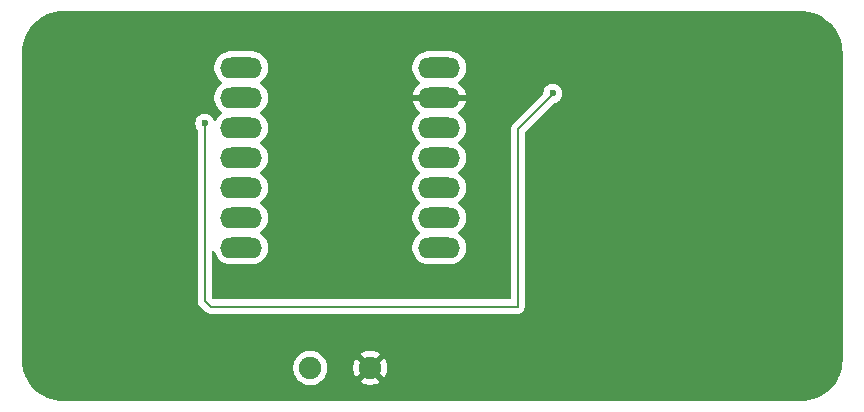
<source format=gbr>
%TF.GenerationSoftware,KiCad,Pcbnew,9.0.5*%
%TF.CreationDate,2026-02-02T17:26:05-08:00*%
%TF.ProjectId,Sensing device,53656e73-696e-4672-9064-65766963652e,1.0*%
%TF.SameCoordinates,Original*%
%TF.FileFunction,Copper,L2,Bot*%
%TF.FilePolarity,Positive*%
%FSLAX46Y46*%
G04 Gerber Fmt 4.6, Leading zero omitted, Abs format (unit mm)*
G04 Created by KiCad (PCBNEW 9.0.5) date 2026-02-02 17:26:05*
%MOMM*%
%LPD*%
G01*
G04 APERTURE LIST*
%TA.AperFunction,ComponentPad*%
%ADD10O,3.556000X1.778000*%
%TD*%
%TA.AperFunction,ComponentPad*%
%ADD11C,1.905000*%
%TD*%
%TA.AperFunction,ViaPad*%
%ADD12C,0.600000*%
%TD*%
%TA.AperFunction,Conductor*%
%ADD13C,0.200000*%
%TD*%
G04 APERTURE END LIST*
D10*
%TO.P,U1,1,GPIO1_A0_D0*%
%TO.N,/CAL_BTN*%
X133083000Y-77285000D03*
%TO.P,U1,2,GPIO2_A1_D1*%
%TO.N,/GSR_SIG*%
X133083000Y-79825000D03*
%TO.P,U1,3,GPIO3_A2_D2*%
%TO.N,unconnected-(U1-GPIO3_A2_D2-Pad3)*%
X133083000Y-82365000D03*
%TO.P,U1,4,GPIO4_A3_D3*%
%TO.N,unconnected-(U1-GPIO4_A3_D3-Pad4)*%
X133083000Y-84905000D03*
%TO.P,U1,5,GPIO4_A3_D3_SDA*%
%TO.N,unconnected-(U1-GPIO4_A3_D3_SDA-Pad5)*%
X133083000Y-87445000D03*
%TO.P,U1,6,GPIO6_A5_D5_SCL*%
%TO.N,unconnected-(U1-GPIO6_A5_D5_SCL-Pad6)*%
X133083000Y-89985000D03*
%TO.P,U1,7,GPIO43_TX_D6*%
%TO.N,unconnected-(U1-GPIO43_TX_D6-Pad7)*%
X133083000Y-92525000D03*
%TO.P,U1,8,GPIO44_D7_RX*%
%TO.N,unconnected-(U1-GPIO44_D7_RX-Pad8)*%
X149847000Y-92525000D03*
%TO.P,U1,9,GPIO7_A8_D8_SCK*%
%TO.N,unconnected-(U1-GPIO7_A8_D8_SCK-Pad9)*%
X149847000Y-89985000D03*
%TO.P,U1,10,GPIO8_A9_D9_CIPO*%
%TO.N,unconnected-(U1-GPIO8_A9_D9_CIPO-Pad10)*%
X149847000Y-87445000D03*
%TO.P,U1,11,GPIO9_A10_D10_COPI*%
%TO.N,unconnected-(U1-GPIO9_A10_D10_COPI-Pad11)*%
X149847000Y-84905000D03*
%TO.P,U1,12,3V3*%
%TO.N,+3V3*%
X149847000Y-82365000D03*
%TO.P,U1,13,GND*%
%TO.N,GND*%
X149847000Y-79825000D03*
%TO.P,U1,14,5V*%
%TO.N,unconnected-(U1-5V-Pad14)*%
X149847000Y-77285000D03*
D11*
%TO.P,U1,15,+BATT*%
%TO.N,/BAT*%
X138925000Y-102685000D03*
%TO.P,U1,16,-BATT*%
%TO.N,GND*%
X144005000Y-102685000D03*
%TD*%
D12*
%TO.N,/GSR_SIG*%
X159462500Y-79462500D03*
X130000000Y-82000000D03*
%TD*%
D13*
%TO.N,/GSR_SIG*%
X130500000Y-97500000D02*
X156500000Y-97500000D01*
X130000000Y-97000000D02*
X130500000Y-97500000D01*
X156500000Y-97500000D02*
X156500000Y-82500000D01*
X130000000Y-82000000D02*
X130000000Y-97000000D01*
X156500000Y-82500000D02*
X159500000Y-79500000D01*
%TD*%
%TA.AperFunction,Conductor*%
%TO.N,GND*%
G36*
X180503032Y-72500648D02*
G01*
X180836929Y-72517052D01*
X180849037Y-72518245D01*
X180952146Y-72533539D01*
X181176699Y-72566849D01*
X181188617Y-72569219D01*
X181509951Y-72649709D01*
X181521588Y-72653240D01*
X181592806Y-72678722D01*
X181833467Y-72764832D01*
X181844688Y-72769479D01*
X182144163Y-72911120D01*
X182154871Y-72916844D01*
X182438988Y-73087137D01*
X182449106Y-73093897D01*
X182715170Y-73291224D01*
X182724576Y-73298944D01*
X182970013Y-73521395D01*
X182978604Y-73529986D01*
X183165755Y-73736475D01*
X183201055Y-73775423D01*
X183208775Y-73784829D01*
X183406102Y-74050893D01*
X183412862Y-74061011D01*
X183541776Y-74276092D01*
X183583148Y-74345116D01*
X183588885Y-74355848D01*
X183730514Y-74655297D01*
X183735170Y-74666540D01*
X183846759Y-74978411D01*
X183850292Y-74990055D01*
X183930777Y-75311369D01*
X183933151Y-75323305D01*
X183981754Y-75650962D01*
X183982947Y-75663071D01*
X183999351Y-75996966D01*
X183999500Y-76003051D01*
X183999500Y-101996948D01*
X183999351Y-102003033D01*
X183982947Y-102336928D01*
X183981754Y-102349037D01*
X183933151Y-102676694D01*
X183930777Y-102688630D01*
X183850292Y-103009944D01*
X183846759Y-103021588D01*
X183735170Y-103333459D01*
X183730514Y-103344702D01*
X183588885Y-103644151D01*
X183583148Y-103654883D01*
X183412862Y-103938988D01*
X183406102Y-103949106D01*
X183208775Y-104215170D01*
X183201055Y-104224576D01*
X182978611Y-104470006D01*
X182970006Y-104478611D01*
X182724576Y-104701055D01*
X182715170Y-104708775D01*
X182449106Y-104906102D01*
X182438988Y-104912862D01*
X182154883Y-105083148D01*
X182144151Y-105088885D01*
X181844702Y-105230514D01*
X181833459Y-105235170D01*
X181521588Y-105346759D01*
X181509944Y-105350292D01*
X181188630Y-105430777D01*
X181176694Y-105433151D01*
X180849037Y-105481754D01*
X180836928Y-105482947D01*
X180521989Y-105498419D01*
X180503031Y-105499351D01*
X180496949Y-105499500D01*
X118003051Y-105499500D01*
X117996968Y-105499351D01*
X117976900Y-105498365D01*
X117663071Y-105482947D01*
X117650962Y-105481754D01*
X117323305Y-105433151D01*
X117311369Y-105430777D01*
X116990055Y-105350292D01*
X116978411Y-105346759D01*
X116666540Y-105235170D01*
X116655301Y-105230515D01*
X116355844Y-105088883D01*
X116345121Y-105083150D01*
X116061011Y-104912862D01*
X116050893Y-104906102D01*
X115784829Y-104708775D01*
X115775423Y-104701055D01*
X115736475Y-104665755D01*
X115529986Y-104478604D01*
X115521395Y-104470013D01*
X115298944Y-104224576D01*
X115291224Y-104215170D01*
X115093897Y-103949106D01*
X115087137Y-103938988D01*
X114916844Y-103654871D01*
X114911120Y-103644163D01*
X114769479Y-103344688D01*
X114764829Y-103333459D01*
X114653240Y-103021588D01*
X114649707Y-103009944D01*
X114640958Y-102975015D01*
X114569219Y-102688617D01*
X114566848Y-102676695D01*
X114566848Y-102676694D01*
X114551117Y-102570646D01*
X137472000Y-102570646D01*
X137472000Y-102799353D01*
X137507778Y-103025246D01*
X137507778Y-103025249D01*
X137578450Y-103242755D01*
X137578452Y-103242758D01*
X137682283Y-103446538D01*
X137816714Y-103631566D01*
X137978434Y-103793286D01*
X138163462Y-103927717D01*
X138366327Y-104031082D01*
X138367244Y-104031549D01*
X138584751Y-104102221D01*
X138584752Y-104102221D01*
X138584755Y-104102222D01*
X138810646Y-104138000D01*
X138810647Y-104138000D01*
X139039353Y-104138000D01*
X139039354Y-104138000D01*
X139265245Y-104102222D01*
X139265248Y-104102221D01*
X139265249Y-104102221D01*
X139482755Y-104031549D01*
X139482755Y-104031548D01*
X139482758Y-104031548D01*
X139686538Y-103927717D01*
X139871566Y-103793286D01*
X140033286Y-103631566D01*
X140167717Y-103446538D01*
X140271548Y-103242758D01*
X140342222Y-103025245D01*
X140378000Y-102799354D01*
X140378000Y-102570686D01*
X142552500Y-102570686D01*
X142552500Y-102799313D01*
X142588265Y-103025124D01*
X142588265Y-103025125D01*
X142658917Y-103242568D01*
X142762711Y-103446276D01*
X142816347Y-103520098D01*
X142816347Y-103520099D01*
X143515504Y-102820941D01*
X143531619Y-102881081D01*
X143598498Y-102996920D01*
X143693080Y-103091502D01*
X143808919Y-103158381D01*
X143869057Y-103174494D01*
X143169899Y-103873651D01*
X143243725Y-103927288D01*
X143243731Y-103927292D01*
X143447431Y-104031082D01*
X143664875Y-104101734D01*
X143890687Y-104137500D01*
X144119313Y-104137500D01*
X144345124Y-104101734D01*
X144345125Y-104101734D01*
X144562568Y-104031082D01*
X144766276Y-103927288D01*
X144840098Y-103873651D01*
X144140942Y-103174495D01*
X144201081Y-103158381D01*
X144316920Y-103091502D01*
X144411502Y-102996920D01*
X144478381Y-102881081D01*
X144494494Y-102820942D01*
X145193651Y-103520099D01*
X145193651Y-103520098D01*
X145247288Y-103446276D01*
X145351082Y-103242568D01*
X145421734Y-103025125D01*
X145421734Y-103025124D01*
X145457500Y-102799313D01*
X145457500Y-102570686D01*
X145421734Y-102344875D01*
X145421734Y-102344874D01*
X145351082Y-102127431D01*
X145247292Y-101923731D01*
X145247288Y-101923725D01*
X145193651Y-101849900D01*
X145193651Y-101849899D01*
X144494494Y-102549056D01*
X144478381Y-102488919D01*
X144411502Y-102373080D01*
X144316920Y-102278498D01*
X144201081Y-102211619D01*
X144140940Y-102195504D01*
X144840099Y-101496347D01*
X144766276Y-101442711D01*
X144562568Y-101338917D01*
X144345124Y-101268265D01*
X144119313Y-101232500D01*
X143890687Y-101232500D01*
X143664875Y-101268265D01*
X143664874Y-101268265D01*
X143447431Y-101338917D01*
X143243719Y-101442713D01*
X143169900Y-101496346D01*
X143169899Y-101496347D01*
X143869057Y-102195504D01*
X143808919Y-102211619D01*
X143693080Y-102278498D01*
X143598498Y-102373080D01*
X143531619Y-102488919D01*
X143515504Y-102549057D01*
X142816347Y-101849899D01*
X142816346Y-101849900D01*
X142762713Y-101923719D01*
X142658917Y-102127431D01*
X142588265Y-102344874D01*
X142588265Y-102344875D01*
X142552500Y-102570686D01*
X140378000Y-102570686D01*
X140378000Y-102570646D01*
X140342222Y-102344755D01*
X140342221Y-102344751D01*
X140342221Y-102344750D01*
X140271549Y-102127244D01*
X140167851Y-101923725D01*
X140167717Y-101923462D01*
X140033286Y-101738434D01*
X139871566Y-101576714D01*
X139686538Y-101442283D01*
X139482755Y-101338450D01*
X139265248Y-101267778D01*
X139095826Y-101240944D01*
X139039354Y-101232000D01*
X138810646Y-101232000D01*
X138735349Y-101243926D01*
X138584753Y-101267778D01*
X138584750Y-101267778D01*
X138367244Y-101338450D01*
X138163461Y-101442283D01*
X138089051Y-101496346D01*
X137978434Y-101576714D01*
X137978432Y-101576716D01*
X137978431Y-101576716D01*
X137816716Y-101738431D01*
X137816716Y-101738432D01*
X137816714Y-101738434D01*
X137758980Y-101817896D01*
X137682283Y-101923461D01*
X137578450Y-102127244D01*
X137507778Y-102344750D01*
X137507778Y-102344753D01*
X137472000Y-102570646D01*
X114551117Y-102570646D01*
X114518245Y-102349037D01*
X114517052Y-102336927D01*
X114500649Y-102003032D01*
X114500500Y-101996948D01*
X114500500Y-81921153D01*
X129199500Y-81921153D01*
X129199500Y-82078846D01*
X129230261Y-82233489D01*
X129230264Y-82233501D01*
X129290602Y-82379172D01*
X129290609Y-82379185D01*
X129378602Y-82510874D01*
X129399480Y-82577551D01*
X129399500Y-82579765D01*
X129399500Y-96913330D01*
X129399499Y-96913348D01*
X129399499Y-97079054D01*
X129399498Y-97079054D01*
X129399499Y-97079057D01*
X129440423Y-97231785D01*
X129461457Y-97268216D01*
X129519480Y-97368716D01*
X129631284Y-97480520D01*
X129631285Y-97480521D01*
X130131284Y-97980520D01*
X130131286Y-97980521D01*
X130131290Y-97980524D01*
X130268209Y-98059573D01*
X130268216Y-98059577D01*
X130420943Y-98100501D01*
X130420945Y-98100501D01*
X130586654Y-98100501D01*
X130586670Y-98100500D01*
X156579055Y-98100500D01*
X156579057Y-98100500D01*
X156731784Y-98059577D01*
X156868716Y-97980520D01*
X156980520Y-97868716D01*
X157059577Y-97731784D01*
X157100500Y-97579057D01*
X157100500Y-82800097D01*
X157120185Y-82733058D01*
X157136819Y-82712416D01*
X158228421Y-81620814D01*
X159570786Y-80278448D01*
X159632107Y-80244965D01*
X159634178Y-80244533D01*
X159695997Y-80232237D01*
X159841679Y-80171894D01*
X159972789Y-80084289D01*
X160084289Y-79972789D01*
X160171894Y-79841679D01*
X160232237Y-79695997D01*
X160263000Y-79541342D01*
X160263000Y-79383658D01*
X160263000Y-79383655D01*
X160262999Y-79383653D01*
X160244692Y-79291617D01*
X160232237Y-79229003D01*
X160232235Y-79228998D01*
X160171897Y-79083327D01*
X160171890Y-79083314D01*
X160084289Y-78952211D01*
X160084286Y-78952207D01*
X159972792Y-78840713D01*
X159972788Y-78840710D01*
X159841685Y-78753109D01*
X159841672Y-78753102D01*
X159696001Y-78692764D01*
X159695989Y-78692761D01*
X159541345Y-78662000D01*
X159541342Y-78662000D01*
X159383658Y-78662000D01*
X159383655Y-78662000D01*
X159229010Y-78692761D01*
X159228998Y-78692764D01*
X159083327Y-78753102D01*
X159083314Y-78753109D01*
X158952211Y-78840710D01*
X158952207Y-78840713D01*
X158840713Y-78952207D01*
X158840710Y-78952211D01*
X158753109Y-79083314D01*
X158753102Y-79083327D01*
X158692764Y-79228998D01*
X158692761Y-79229010D01*
X158662000Y-79383653D01*
X158662000Y-79437402D01*
X158642315Y-79504441D01*
X158625681Y-79525083D01*
X156019481Y-82131282D01*
X156019479Y-82131285D01*
X155969361Y-82218094D01*
X155969359Y-82218096D01*
X155940425Y-82268209D01*
X155940424Y-82268210D01*
X155940423Y-82268215D01*
X155899499Y-82420943D01*
X155899499Y-82420945D01*
X155899499Y-82589046D01*
X155899500Y-82589059D01*
X155899500Y-96775500D01*
X155879815Y-96842539D01*
X155827011Y-96888294D01*
X155775500Y-96899500D01*
X130800098Y-96899500D01*
X130770657Y-96890855D01*
X130740671Y-96884332D01*
X130735655Y-96880577D01*
X130733059Y-96879815D01*
X130712417Y-96863181D01*
X130636819Y-96787583D01*
X130603334Y-96726260D01*
X130600500Y-96699902D01*
X130600500Y-92900133D01*
X130620185Y-92833094D01*
X130672989Y-92787339D01*
X130742147Y-92777395D01*
X130805703Y-92806420D01*
X130842431Y-92861816D01*
X130906296Y-93058377D01*
X130906298Y-93058383D01*
X131005595Y-93253260D01*
X131134142Y-93430193D01*
X131288806Y-93584857D01*
X131454374Y-93705147D01*
X131465743Y-93713407D01*
X131593132Y-93778315D01*
X131660616Y-93812701D01*
X131660619Y-93812702D01*
X131764621Y-93846493D01*
X131868625Y-93880286D01*
X131968672Y-93896132D01*
X132084639Y-93914500D01*
X132084644Y-93914500D01*
X134081361Y-93914500D01*
X134186082Y-93897912D01*
X134297375Y-93880286D01*
X134505383Y-93812701D01*
X134700257Y-93713407D01*
X134799601Y-93641229D01*
X134877193Y-93584857D01*
X134877195Y-93584854D01*
X134877199Y-93584852D01*
X135031852Y-93430199D01*
X135031854Y-93430195D01*
X135031857Y-93430193D01*
X135088229Y-93352601D01*
X135160407Y-93253257D01*
X135259701Y-93058383D01*
X135327286Y-92850375D01*
X135344912Y-92739082D01*
X135361500Y-92634361D01*
X135361500Y-92415638D01*
X135338917Y-92273058D01*
X135327286Y-92199625D01*
X135259701Y-91991617D01*
X135259701Y-91991616D01*
X135225315Y-91924132D01*
X135160407Y-91796743D01*
X135152147Y-91785374D01*
X135031857Y-91619806D01*
X134877199Y-91465148D01*
X134877191Y-91465142D01*
X134726028Y-91355316D01*
X134683364Y-91299989D01*
X134677385Y-91230376D01*
X134709990Y-91168580D01*
X134726023Y-91154686D01*
X134877199Y-91044852D01*
X135031852Y-90890199D01*
X135031854Y-90890195D01*
X135031857Y-90890193D01*
X135088229Y-90812601D01*
X135160407Y-90713257D01*
X135259701Y-90518383D01*
X135327286Y-90310375D01*
X135344912Y-90199082D01*
X135361500Y-90094361D01*
X135361500Y-89875638D01*
X135338917Y-89733058D01*
X135327286Y-89659625D01*
X135259701Y-89451617D01*
X135259701Y-89451616D01*
X135225315Y-89384132D01*
X135160407Y-89256743D01*
X135152147Y-89245374D01*
X135031857Y-89079806D01*
X134877199Y-88925148D01*
X134877191Y-88925142D01*
X134726028Y-88815316D01*
X134683364Y-88759989D01*
X134677385Y-88690376D01*
X134709990Y-88628580D01*
X134726023Y-88614686D01*
X134877199Y-88504852D01*
X135031852Y-88350199D01*
X135031854Y-88350195D01*
X135031857Y-88350193D01*
X135088229Y-88272601D01*
X135160407Y-88173257D01*
X135259701Y-87978383D01*
X135327286Y-87770375D01*
X135344912Y-87659082D01*
X135361500Y-87554361D01*
X135361500Y-87335638D01*
X135338917Y-87193058D01*
X135327286Y-87119625D01*
X135259701Y-86911617D01*
X135259701Y-86911616D01*
X135225315Y-86844132D01*
X135160407Y-86716743D01*
X135152147Y-86705374D01*
X135031857Y-86539806D01*
X134877199Y-86385148D01*
X134877191Y-86385142D01*
X134726028Y-86275316D01*
X134683364Y-86219989D01*
X134677385Y-86150376D01*
X134709990Y-86088580D01*
X134726023Y-86074686D01*
X134877199Y-85964852D01*
X135031852Y-85810199D01*
X135031854Y-85810195D01*
X135031857Y-85810193D01*
X135088229Y-85732601D01*
X135160407Y-85633257D01*
X135259701Y-85438383D01*
X135327286Y-85230375D01*
X135344912Y-85119082D01*
X135361500Y-85014361D01*
X135361500Y-84795638D01*
X135338917Y-84653058D01*
X135327286Y-84579625D01*
X135259701Y-84371617D01*
X135259701Y-84371616D01*
X135225315Y-84304132D01*
X135160407Y-84176743D01*
X135152147Y-84165374D01*
X135031857Y-83999806D01*
X134877199Y-83845148D01*
X134877191Y-83845142D01*
X134726028Y-83735316D01*
X134683364Y-83679989D01*
X134677385Y-83610376D01*
X134709990Y-83548580D01*
X134726023Y-83534686D01*
X134877199Y-83424852D01*
X135031852Y-83270199D01*
X135031854Y-83270195D01*
X135031857Y-83270193D01*
X135088229Y-83192601D01*
X135160407Y-83093257D01*
X135259701Y-82898383D01*
X135327286Y-82690375D01*
X135352437Y-82531578D01*
X135361500Y-82474361D01*
X135361500Y-82255638D01*
X135333497Y-82078842D01*
X135327286Y-82039625D01*
X135259701Y-81831617D01*
X135259701Y-81831616D01*
X135193531Y-81701752D01*
X135160407Y-81636743D01*
X135148834Y-81620814D01*
X135031857Y-81459806D01*
X134877199Y-81305148D01*
X134877191Y-81305142D01*
X134726028Y-81195316D01*
X134683364Y-81139989D01*
X134677385Y-81070376D01*
X134709990Y-81008580D01*
X134726023Y-80994686D01*
X134877199Y-80884852D01*
X135031852Y-80730199D01*
X135031854Y-80730195D01*
X135031857Y-80730193D01*
X135088229Y-80652601D01*
X135160407Y-80553257D01*
X135259701Y-80358383D01*
X135327286Y-80150375D01*
X135347764Y-80021081D01*
X135361500Y-79934361D01*
X135361500Y-79715638D01*
X135333894Y-79541346D01*
X135327286Y-79499625D01*
X135279197Y-79351619D01*
X135259702Y-79291619D01*
X135259701Y-79291616D01*
X135225315Y-79224132D01*
X135160407Y-79096743D01*
X135150650Y-79083314D01*
X135031857Y-78919806D01*
X134877199Y-78765148D01*
X134877191Y-78765142D01*
X134726028Y-78655316D01*
X134683364Y-78599989D01*
X134677385Y-78530376D01*
X134709990Y-78468580D01*
X134726023Y-78454686D01*
X134877199Y-78344852D01*
X135031852Y-78190199D01*
X135031854Y-78190195D01*
X135031857Y-78190193D01*
X135088229Y-78112601D01*
X135160407Y-78013257D01*
X135259701Y-77818383D01*
X135327286Y-77610375D01*
X135344912Y-77499082D01*
X135361500Y-77394361D01*
X135361500Y-77175638D01*
X147568500Y-77175638D01*
X147568500Y-77394361D01*
X147602714Y-77610376D01*
X147670297Y-77818380D01*
X147670298Y-77818383D01*
X147769595Y-78013260D01*
X147898142Y-78190193D01*
X148052802Y-78344853D01*
X148052807Y-78344857D01*
X148204394Y-78454991D01*
X148247060Y-78510320D01*
X148253039Y-78579934D01*
X148220434Y-78641729D01*
X148204394Y-78655627D01*
X148053133Y-78765524D01*
X148053128Y-78765528D01*
X147898528Y-78920128D01*
X147898524Y-78920133D01*
X147770023Y-79097001D01*
X147670762Y-79291808D01*
X147670761Y-79291811D01*
X147603201Y-79499741D01*
X147591282Y-79575000D01*
X148642749Y-79575000D01*
X148611619Y-79628919D01*
X148577000Y-79758120D01*
X148577000Y-79891880D01*
X148611619Y-80021081D01*
X148642749Y-80075000D01*
X147591282Y-80075000D01*
X147603201Y-80150258D01*
X147670761Y-80358188D01*
X147670762Y-80358191D01*
X147770023Y-80552998D01*
X147898524Y-80729866D01*
X147898528Y-80729871D01*
X148053128Y-80884471D01*
X148053133Y-80884475D01*
X148204394Y-80994372D01*
X148247060Y-81049701D01*
X148253039Y-81119315D01*
X148220434Y-81181110D01*
X148204394Y-81195008D01*
X148052807Y-81305142D01*
X148052802Y-81305146D01*
X147898142Y-81459806D01*
X147769595Y-81636739D01*
X147670298Y-81831616D01*
X147670297Y-81831619D01*
X147602714Y-82039623D01*
X147568500Y-82255638D01*
X147568500Y-82474361D01*
X147602714Y-82690376D01*
X147670297Y-82898380D01*
X147670298Y-82898383D01*
X147769595Y-83093260D01*
X147898142Y-83270193D01*
X148052806Y-83424857D01*
X148203969Y-83534682D01*
X148246635Y-83590011D01*
X148252614Y-83659625D01*
X148220009Y-83721420D01*
X148203969Y-83735318D01*
X148052806Y-83845142D01*
X147898142Y-83999806D01*
X147769595Y-84176739D01*
X147670298Y-84371616D01*
X147670297Y-84371619D01*
X147602714Y-84579623D01*
X147568500Y-84795638D01*
X147568500Y-85014361D01*
X147602714Y-85230376D01*
X147670297Y-85438380D01*
X147670298Y-85438383D01*
X147769595Y-85633260D01*
X147898142Y-85810193D01*
X148052806Y-85964857D01*
X148203969Y-86074682D01*
X148246635Y-86130011D01*
X148252614Y-86199625D01*
X148220009Y-86261420D01*
X148203969Y-86275318D01*
X148052806Y-86385142D01*
X147898142Y-86539806D01*
X147769595Y-86716739D01*
X147670298Y-86911616D01*
X147670297Y-86911619D01*
X147602714Y-87119623D01*
X147568500Y-87335638D01*
X147568500Y-87554361D01*
X147602714Y-87770376D01*
X147670297Y-87978380D01*
X147670298Y-87978383D01*
X147769595Y-88173260D01*
X147898142Y-88350193D01*
X148052806Y-88504857D01*
X148203969Y-88614682D01*
X148246635Y-88670011D01*
X148252614Y-88739625D01*
X148220009Y-88801420D01*
X148203969Y-88815318D01*
X148052806Y-88925142D01*
X147898142Y-89079806D01*
X147769595Y-89256739D01*
X147670298Y-89451616D01*
X147670297Y-89451619D01*
X147602714Y-89659623D01*
X147568500Y-89875638D01*
X147568500Y-90094361D01*
X147602714Y-90310376D01*
X147670297Y-90518380D01*
X147670298Y-90518383D01*
X147769595Y-90713260D01*
X147898142Y-90890193D01*
X148052806Y-91044857D01*
X148203969Y-91154682D01*
X148246635Y-91210011D01*
X148252614Y-91279625D01*
X148220009Y-91341420D01*
X148203969Y-91355318D01*
X148052806Y-91465142D01*
X147898142Y-91619806D01*
X147769595Y-91796739D01*
X147670298Y-91991616D01*
X147670297Y-91991619D01*
X147602714Y-92199623D01*
X147568500Y-92415638D01*
X147568500Y-92634361D01*
X147602714Y-92850376D01*
X147670297Y-93058380D01*
X147670298Y-93058383D01*
X147769595Y-93253260D01*
X147898142Y-93430193D01*
X148052806Y-93584857D01*
X148218374Y-93705147D01*
X148229743Y-93713407D01*
X148357132Y-93778315D01*
X148424616Y-93812701D01*
X148424619Y-93812702D01*
X148528621Y-93846493D01*
X148632625Y-93880286D01*
X148732672Y-93896132D01*
X148848639Y-93914500D01*
X148848644Y-93914500D01*
X150845361Y-93914500D01*
X150950082Y-93897912D01*
X151061375Y-93880286D01*
X151269383Y-93812701D01*
X151464257Y-93713407D01*
X151563601Y-93641229D01*
X151641193Y-93584857D01*
X151641195Y-93584854D01*
X151641199Y-93584852D01*
X151795852Y-93430199D01*
X151795854Y-93430195D01*
X151795857Y-93430193D01*
X151852229Y-93352601D01*
X151924407Y-93253257D01*
X152023701Y-93058383D01*
X152091286Y-92850375D01*
X152108912Y-92739082D01*
X152125500Y-92634361D01*
X152125500Y-92415638D01*
X152102917Y-92273058D01*
X152091286Y-92199625D01*
X152023701Y-91991617D01*
X152023701Y-91991616D01*
X151989315Y-91924132D01*
X151924407Y-91796743D01*
X151916147Y-91785374D01*
X151795857Y-91619806D01*
X151641199Y-91465148D01*
X151641191Y-91465142D01*
X151490028Y-91355316D01*
X151447364Y-91299989D01*
X151441385Y-91230376D01*
X151473990Y-91168580D01*
X151490023Y-91154686D01*
X151641199Y-91044852D01*
X151795852Y-90890199D01*
X151795854Y-90890195D01*
X151795857Y-90890193D01*
X151852229Y-90812601D01*
X151924407Y-90713257D01*
X152023701Y-90518383D01*
X152091286Y-90310375D01*
X152108912Y-90199082D01*
X152125500Y-90094361D01*
X152125500Y-89875638D01*
X152102917Y-89733058D01*
X152091286Y-89659625D01*
X152023701Y-89451617D01*
X152023701Y-89451616D01*
X151989315Y-89384132D01*
X151924407Y-89256743D01*
X151916147Y-89245374D01*
X151795857Y-89079806D01*
X151641199Y-88925148D01*
X151641191Y-88925142D01*
X151490028Y-88815316D01*
X151447364Y-88759989D01*
X151441385Y-88690376D01*
X151473990Y-88628580D01*
X151490023Y-88614686D01*
X151641199Y-88504852D01*
X151795852Y-88350199D01*
X151795854Y-88350195D01*
X151795857Y-88350193D01*
X151852229Y-88272601D01*
X151924407Y-88173257D01*
X152023701Y-87978383D01*
X152091286Y-87770375D01*
X152108912Y-87659082D01*
X152125500Y-87554361D01*
X152125500Y-87335638D01*
X152102917Y-87193058D01*
X152091286Y-87119625D01*
X152023701Y-86911617D01*
X152023701Y-86911616D01*
X151989315Y-86844132D01*
X151924407Y-86716743D01*
X151916147Y-86705374D01*
X151795857Y-86539806D01*
X151641199Y-86385148D01*
X151641191Y-86385142D01*
X151490028Y-86275316D01*
X151447364Y-86219989D01*
X151441385Y-86150376D01*
X151473990Y-86088580D01*
X151490023Y-86074686D01*
X151641199Y-85964852D01*
X151795852Y-85810199D01*
X151795854Y-85810195D01*
X151795857Y-85810193D01*
X151852229Y-85732601D01*
X151924407Y-85633257D01*
X152023701Y-85438383D01*
X152091286Y-85230375D01*
X152108912Y-85119082D01*
X152125500Y-85014361D01*
X152125500Y-84795638D01*
X152102917Y-84653058D01*
X152091286Y-84579625D01*
X152023701Y-84371617D01*
X152023701Y-84371616D01*
X151989315Y-84304132D01*
X151924407Y-84176743D01*
X151916147Y-84165374D01*
X151795857Y-83999806D01*
X151641199Y-83845148D01*
X151641191Y-83845142D01*
X151490028Y-83735316D01*
X151447364Y-83679989D01*
X151441385Y-83610376D01*
X151473990Y-83548580D01*
X151490023Y-83534686D01*
X151641199Y-83424852D01*
X151795852Y-83270199D01*
X151795854Y-83270195D01*
X151795857Y-83270193D01*
X151852229Y-83192601D01*
X151924407Y-83093257D01*
X152023701Y-82898383D01*
X152091286Y-82690375D01*
X152116437Y-82531578D01*
X152125500Y-82474361D01*
X152125500Y-82255638D01*
X152097497Y-82078842D01*
X152091286Y-82039625D01*
X152023701Y-81831617D01*
X152023701Y-81831616D01*
X151957531Y-81701752D01*
X151924407Y-81636743D01*
X151912834Y-81620814D01*
X151795857Y-81459806D01*
X151641197Y-81305146D01*
X151641192Y-81305142D01*
X151489605Y-81195008D01*
X151446939Y-81139678D01*
X151440960Y-81070065D01*
X151473565Y-81008270D01*
X151489605Y-80994371D01*
X151640873Y-80884469D01*
X151795471Y-80729871D01*
X151795475Y-80729866D01*
X151923976Y-80552998D01*
X152023237Y-80358191D01*
X152023238Y-80358188D01*
X152090798Y-80150258D01*
X152102718Y-80075000D01*
X149527251Y-80075000D01*
X149558381Y-80021081D01*
X149593000Y-79891880D01*
X149593000Y-79758120D01*
X149558381Y-79628919D01*
X149527251Y-79575000D01*
X152102718Y-79575000D01*
X152090798Y-79499741D01*
X152023238Y-79291811D01*
X152023237Y-79291808D01*
X151923976Y-79097001D01*
X151795475Y-78920133D01*
X151795471Y-78920128D01*
X151640871Y-78765528D01*
X151640866Y-78765524D01*
X151489605Y-78655627D01*
X151446939Y-78600297D01*
X151440960Y-78530684D01*
X151473565Y-78468889D01*
X151489599Y-78454994D01*
X151641199Y-78344852D01*
X151795852Y-78190199D01*
X151795854Y-78190195D01*
X151795857Y-78190193D01*
X151852229Y-78112601D01*
X151924407Y-78013257D01*
X152023701Y-77818383D01*
X152091286Y-77610375D01*
X152108912Y-77499082D01*
X152125500Y-77394361D01*
X152125500Y-77175638D01*
X152105595Y-77049971D01*
X152091286Y-76959625D01*
X152023701Y-76751617D01*
X152023701Y-76751616D01*
X151989315Y-76684132D01*
X151924407Y-76556743D01*
X151916147Y-76545374D01*
X151795857Y-76379806D01*
X151641193Y-76225142D01*
X151464260Y-76096595D01*
X151464259Y-76096594D01*
X151464257Y-76096593D01*
X151401825Y-76064782D01*
X151269383Y-75997298D01*
X151269380Y-75997297D01*
X151061376Y-75929714D01*
X150845361Y-75895500D01*
X150845356Y-75895500D01*
X148848644Y-75895500D01*
X148848639Y-75895500D01*
X148632623Y-75929714D01*
X148424619Y-75997297D01*
X148424616Y-75997298D01*
X148229739Y-76096595D01*
X148052806Y-76225142D01*
X147898142Y-76379806D01*
X147769595Y-76556739D01*
X147670298Y-76751616D01*
X147670297Y-76751619D01*
X147602714Y-76959623D01*
X147568500Y-77175638D01*
X135361500Y-77175638D01*
X135341595Y-77049971D01*
X135327286Y-76959625D01*
X135259701Y-76751617D01*
X135259701Y-76751616D01*
X135225315Y-76684132D01*
X135160407Y-76556743D01*
X135152147Y-76545374D01*
X135031857Y-76379806D01*
X134877193Y-76225142D01*
X134700260Y-76096595D01*
X134700259Y-76096594D01*
X134700257Y-76096593D01*
X134637825Y-76064782D01*
X134505383Y-75997298D01*
X134505380Y-75997297D01*
X134297376Y-75929714D01*
X134081361Y-75895500D01*
X134081356Y-75895500D01*
X132084644Y-75895500D01*
X132084639Y-75895500D01*
X131868623Y-75929714D01*
X131660619Y-75997297D01*
X131660616Y-75997298D01*
X131465739Y-76096595D01*
X131288806Y-76225142D01*
X131134142Y-76379806D01*
X131005595Y-76556739D01*
X130906298Y-76751616D01*
X130906297Y-76751619D01*
X130838714Y-76959623D01*
X130804500Y-77175638D01*
X130804500Y-77394361D01*
X130838714Y-77610376D01*
X130906297Y-77818380D01*
X130906298Y-77818383D01*
X131005595Y-78013260D01*
X131134142Y-78190193D01*
X131288806Y-78344857D01*
X131439969Y-78454682D01*
X131482635Y-78510011D01*
X131488614Y-78579625D01*
X131456009Y-78641420D01*
X131439969Y-78655318D01*
X131288806Y-78765142D01*
X131134142Y-78919806D01*
X131005595Y-79096739D01*
X130906298Y-79291616D01*
X130906297Y-79291619D01*
X130838714Y-79499623D01*
X130804500Y-79715638D01*
X130804500Y-79934361D01*
X130838714Y-80150376D01*
X130906297Y-80358380D01*
X130906298Y-80358383D01*
X130973782Y-80490825D01*
X131005461Y-80552998D01*
X131005595Y-80553260D01*
X131134142Y-80730193D01*
X131288806Y-80884857D01*
X131439969Y-80994682D01*
X131482635Y-81050011D01*
X131488614Y-81119625D01*
X131456009Y-81181420D01*
X131439969Y-81195318D01*
X131288806Y-81305142D01*
X131134142Y-81459806D01*
X131005593Y-81636741D01*
X130967962Y-81710596D01*
X130919988Y-81761391D01*
X130852167Y-81778186D01*
X130786032Y-81755648D01*
X130742917Y-81701752D01*
X130709397Y-81620827D01*
X130709390Y-81620814D01*
X130621789Y-81489711D01*
X130621786Y-81489707D01*
X130510292Y-81378213D01*
X130510288Y-81378210D01*
X130379185Y-81290609D01*
X130379172Y-81290602D01*
X130233501Y-81230264D01*
X130233489Y-81230261D01*
X130078845Y-81199500D01*
X130078842Y-81199500D01*
X129921158Y-81199500D01*
X129921155Y-81199500D01*
X129766510Y-81230261D01*
X129766498Y-81230264D01*
X129620827Y-81290602D01*
X129620814Y-81290609D01*
X129489711Y-81378210D01*
X129489707Y-81378213D01*
X129378213Y-81489707D01*
X129378210Y-81489711D01*
X129290609Y-81620814D01*
X129290602Y-81620827D01*
X129230264Y-81766498D01*
X129230261Y-81766510D01*
X129199500Y-81921153D01*
X114500500Y-81921153D01*
X114500500Y-76003051D01*
X114500649Y-75996967D01*
X114517052Y-75663072D01*
X114518245Y-75650962D01*
X114566849Y-75323296D01*
X114569218Y-75311385D01*
X114649710Y-74990043D01*
X114653240Y-74978411D01*
X114764835Y-74666525D01*
X114769476Y-74655318D01*
X114911124Y-74355828D01*
X114916840Y-74345136D01*
X115087145Y-74060998D01*
X115093888Y-74050905D01*
X115291232Y-73784818D01*
X115298935Y-73775433D01*
X115521405Y-73529975D01*
X115529975Y-73521405D01*
X115775433Y-73298935D01*
X115784818Y-73291232D01*
X116050905Y-73093888D01*
X116060998Y-73087145D01*
X116345136Y-72916840D01*
X116355828Y-72911124D01*
X116655318Y-72769476D01*
X116666525Y-72764835D01*
X116978412Y-72653239D01*
X116990043Y-72649710D01*
X117311385Y-72569218D01*
X117323296Y-72566849D01*
X117650962Y-72518244D01*
X117663068Y-72517052D01*
X117996967Y-72500648D01*
X118003051Y-72500500D01*
X118065892Y-72500500D01*
X180434108Y-72500500D01*
X180496949Y-72500500D01*
X180503032Y-72500648D01*
G37*
%TD.AperFunction*%
%TD*%
M02*

</source>
